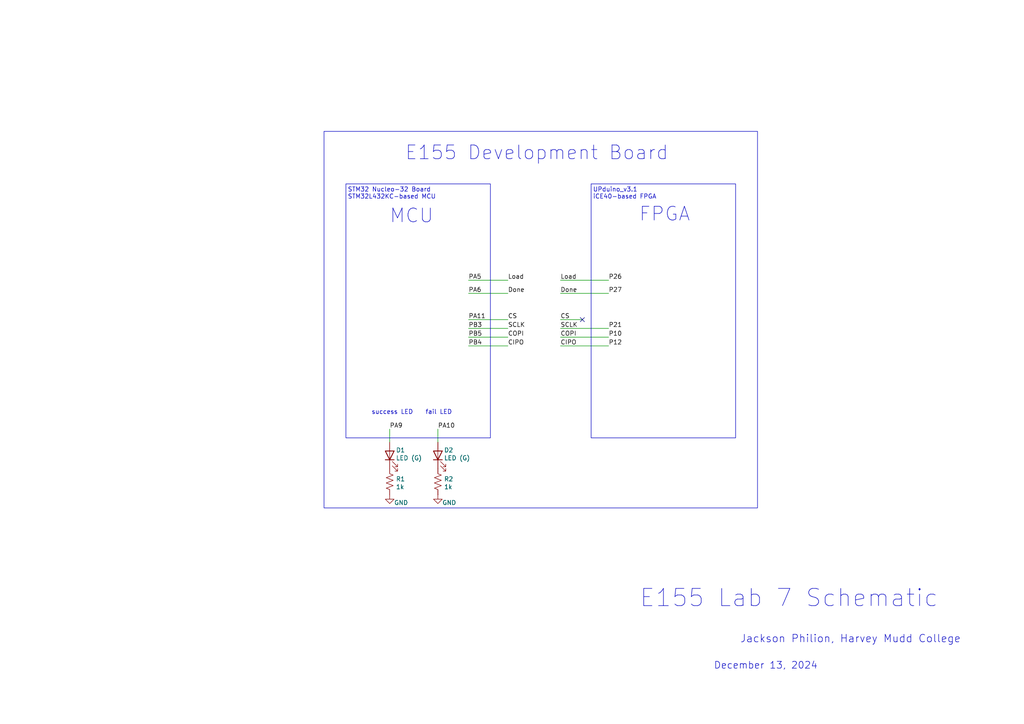
<source format=kicad_sch>
(kicad_sch (version 20231120) (generator "eeschema") (generator_version "8.0")
  (paper "A4")
  (lib_symbols
    (symbol "Device:LED" (pin_numbers hide) (pin_names (offset 1.016) hide)
      (property "Reference" "D" (at 0 2.54 0))
      (property "Value" "LED" (at 0 -2.54 0))
      (symbol "LED_0_1"
        (polyline (pts (xy -1.27 -1.27) (xy -1.27 1.27)) (stroke (width 0.254)))
        (polyline (pts (xy -1.27 0) (xy 1.27 0)))
        (polyline (pts (xy 1.27 -1.27) (xy 1.27 1.27) (xy -1.27 0) (xy 1.27 -1.27)) (stroke (width 0.254)))
        (polyline (pts (xy -3.048 -0.762) (xy -4.572 -2.286) (xy -3.81 -2.286) (xy -4.572 -2.286) (xy -4.572 -1.524)))
        (polyline (pts (xy -1.778 -0.762) (xy -3.302 -2.286) (xy -2.54 -2.286) (xy -3.302 -2.286) (xy -3.302 -1.524)))
      )
      (symbol "LED_1_1"
        (pin passive line (at -3.81 0 0) (length 2.54) (name "K") (number "1"))
        (pin passive line (at 3.81 0 180) (length 2.54) (name "A") (number "2"))
      )
    )
    (symbol "Device:R_US" (pin_numbers hide) (pin_names (offset 0))
      (property "Reference" "R" (at 2.54 0 90))
      (property "Value" "R_US" (at -2.54 0 90))
      (symbol "R_US_0_1"
        (polyline (pts (xy 0 -2.286) (xy 0 -2.54)))
        (polyline (pts (xy 0 2.286) (xy 0 2.54)))
        (polyline (pts (xy 0 -0.762) (xy 1.016 -1.143) (xy 0 -1.524) (xy -1.016 -1.905) (xy 0 -2.286)))
        (polyline (pts (xy 0 0.762) (xy 1.016 0.381) (xy 0 0) (xy -1.016 -0.381) (xy 0 -0.762)))
        (polyline (pts (xy 0 2.286) (xy 1.016 1.905) (xy 0 1.524) (xy -1.016 1.143) (xy 0 0.762)))
      )
      (symbol "R_US_1_1"
        (pin passive line (at 0 3.81 270) (length 1.27) (name "~") (number "1"))
        (pin passive line (at 0 -3.81 90) (length 1.27) (name "~") (number "2"))
      )
    )
    (symbol "power:GND" (power) (pin_numbers hide) (pin_names (offset 0) hide)
      (property "Value" "GND" (at 0 -3.81 0))
      (symbol "GND_0_1"
        (polyline (pts (xy 0 0) (xy 0 -1.27) (xy 1.27 -1.27) (xy 0 -2.54) (xy -1.27 -1.27) (xy 0 -1.27)))
      )
      (symbol "GND_1_1"
        (pin power_in line (at 0 0 270) (length 0) (name "~") (number "1"))
      )
    )
  )
  (no_connect (at 168.91 92.71))
  (wire (pts (xy 135.89 81.28) (xy 147.32 81.28)))
  (wire (pts (xy 162.56 92.71) (xy 168.91 92.71)))
  (wire (pts (xy 135.89 95.25) (xy 147.32 95.25)))
  (wire (pts (xy 135.89 85.09) (xy 147.32 85.09)))
  (wire (pts (xy 135.89 97.79) (xy 147.32 97.79)))
  (wire (pts (xy 162.56 100.33) (xy 176.53 100.33)))
  (wire (pts (xy 162.56 85.09) (xy 176.53 85.09)))
  (wire (pts (xy 127 124.46) (xy 127 128.27)))
  (wire (pts (xy 162.56 97.79) (xy 176.53 97.79)))
  (wire (pts (xy 162.56 95.25) (xy 176.53 95.25)))
  (wire (pts (xy 135.89 92.71) (xy 147.32 92.71)))
  (wire (pts (xy 135.89 100.33) (xy 147.32 100.33)))
  (wire (pts (xy 113.03 124.46) (xy 113.03 128.27)))
  (wire (pts (xy 162.56 81.28) (xy 176.53 81.28)))
  (rectangle (start 93.98 38.1) (end 219.71 147.32))
  (rectangle (start 171.45 53.34) (end 213.36 127))
  (rectangle (start 100.33 53.34) (end 142.24 127))
  (text "STM32 Nucleo-32 Board\nSTM32L432KC-based MCU\n" (at 100.838 57.912 0) (effects (font (size 1.27 1.27)) (justify left bottom)))
  (text "E155 Development Board" (at 155.702 44.45 0) (effects (font (size 4 4))))
  (text "December 13, 2024" (at 207.01 194.31 0) (effects (font (size 2 2)) (justify left bottom)))
  (text "success LED" (at 113.792 119.634 0) (effects (font (size 1.27 1.27))))
  (text "MCU" (at 119.38 62.738 0) (effects (font (size 4 4))))
  (text "fail LED" (at 127.254 119.634 0) (effects (font (size 1.27 1.27))))
  (text "E155 Lab 7 Schematic" (at 185.42 176.53 0) (effects (font (size 5 5)) (justify left bottom)))
  (text "Jackson Philion, Harvey Mudd College" (at 214.63 186.69 0) (effects (font (size 2.2 2.2)) (justify left bottom)))
  (text "FPGA" (at 192.786 62.23 0) (effects (font (size 4 4))))
  (text "UPduino_v3.1\niCE40-based FPGA" (at 171.958 57.912 0) (effects (font (size 1.27 1.27)) (justify left bottom)))
  (label "PA11" (at 135.89 92.71 0))
  (label "PB4" (at 135.89 100.33 0))
  (label "SCLK" (at 147.32 95.25 0))
  (label "PB3" (at 135.89 95.25 0))
  (label "Load" (at 162.56 81.28 0))
  (label "Done" (at 162.56 85.09 0))
  (label "CS" (at 162.56 92.71 0))
  (label "PA9" (at 113.03 124.46 0))
  (label "COPI" (at 147.32 97.79 0))
  (label "SCLK" (at 162.56 95.25 0))
  (label "PA6" (at 135.89 85.09 0))
  (label "Load" (at 147.32 81.28 0))
  (label "P12" (at 176.53 100.33 0))
  (label "PA5" (at 135.89 81.28 0))
  (label "CIPO" (at 147.32 100.33 0))
  (label "PA10" (at 127 124.46 0))
  (label "CIPO" (at 162.56 100.33 0))
  (label "P27" (at 176.53 85.09 0))
  (label "Done" (at 147.32 85.09 0))
  (label "PB5" (at 135.89 97.79 0))
  (label "P10" (at 176.53 97.79 0))
  (label "CS" (at 147.32 92.71 0))
  (label "P21" (at 176.53 95.25 0))
  (label "COPI" (at 162.56 97.79 0))
  (label "P26" (at 176.53 81.28 0))
  (symbol (lib_id "Device:LED") (at 127 132.08 90) (unit 1)
    (property "Reference" "D2" (at 128.778 130.556 90) (effects (justify right)))
    (property "Value" "LED (G)" (at 128.778 132.842 90) (effects (justify right)))
    (property "Description" "Light emitting diode" (effects (hide yes)))
  )
  (symbol (lib_id "Device:R_US") (at 113.03 139.7 0) (unit 1)
    (property "Reference" "R1" (at 114.808 138.938 0) (effects (justify left)))
    (property "Value" "1k" (at 114.808 141.224 0) (effects (justify left)))
    (property "Description" "Resistor, US symbol" (effects (hide yes)))
  )
  (symbol (lib_id "Device:R_US") (at 127 139.7 0) (unit 1)
    (property "Reference" "R2" (at 128.778 138.938 0) (effects (justify left)))
    (property "Value" "1k" (at 128.778 141.224 0) (effects (justify left)))
    (property "Description" "Resistor, US symbol" (effects (hide yes)))
  )
  (symbol (lib_id "power:GND") (at 127 143.51 0) (unit 1)
    (property "Reference" "#PWR02" (effects (hide yes)))
    (property "Value" "GND" (at 130.302 145.796 0))
    (property "Description" "Power symbol creates a global label with name \"GND\" , ground" (effects (hide yes)))
  )
  (symbol (lib_id "Device:LED") (at 113.03 132.08 90) (unit 1)
    (property "Reference" "D1" (at 114.808 130.556 90) (effects (justify right)))
    (property "Value" "LED (G)" (at 114.808 132.842 90) (effects (justify right)))
    (property "Description" "Light emitting diode" (effects (hide yes)))
  )
  (symbol (lib_id "power:GND") (at 113.03 143.51 0) (unit 1)
    (property "Reference" "#PWR01" (effects (hide yes)))
    (property "Value" "GND" (at 116.332 145.796 0))
    (property "Description" "Power symbol creates a global label with name \"GND\" , ground" (effects (hide yes)))
  )
)
</source>
